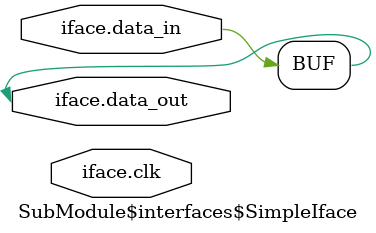
<source format=sv>


interface SimpleIface(input logic clk);
  logic data_in;
  logic data_out;
endinterface

// Module that takes an interface port and assigns one member to another
module SubModule(SimpleIface iface);
  // This assign should work - accessing members of interface port
  assign iface.data_out = iface.data_in;
endmodule

// Top module that instantiates the interface and sub-module
module TopModule;
  logic clk;
  SimpleIface intf(.clk(clk));
  SubModule sub(.iface(intf));
endmodule

</source>
